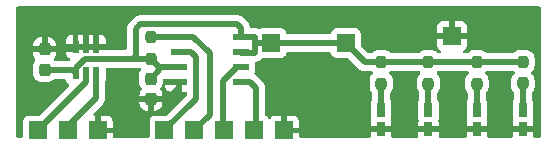
<source format=gtl>
%TF.GenerationSoftware,KiCad,Pcbnew,8.0.0*%
%TF.CreationDate,2024-03-13T09:03:30+01:00*%
%TF.ProjectId,BAT_Breakout,4241545f-4272-4656-916b-6f75742e6b69,rev?*%
%TF.SameCoordinates,Original*%
%TF.FileFunction,Copper,L1,Top*%
%TF.FilePolarity,Positive*%
%FSLAX46Y46*%
G04 Gerber Fmt 4.6, Leading zero omitted, Abs format (unit mm)*
G04 Created by KiCad (PCBNEW 8.0.0) date 2024-03-13 09:03:30*
%MOMM*%
%LPD*%
G01*
G04 APERTURE LIST*
G04 Aperture macros list*
%AMRoundRect*
0 Rectangle with rounded corners*
0 $1 Rounding radius*
0 $2 $3 $4 $5 $6 $7 $8 $9 X,Y pos of 4 corners*
0 Add a 4 corners polygon primitive as box body*
4,1,4,$2,$3,$4,$5,$6,$7,$8,$9,$2,$3,0*
0 Add four circle primitives for the rounded corners*
1,1,$1+$1,$2,$3*
1,1,$1+$1,$4,$5*
1,1,$1+$1,$6,$7*
1,1,$1+$1,$8,$9*
0 Add four rect primitives between the rounded corners*
20,1,$1+$1,$2,$3,$4,$5,0*
20,1,$1+$1,$4,$5,$6,$7,0*
20,1,$1+$1,$6,$7,$8,$9,0*
20,1,$1+$1,$8,$9,$2,$3,0*%
G04 Aperture macros list end*
%TA.AperFunction,SMDPad,CuDef*%
%ADD10R,1.500000X1.500000*%
%TD*%
%TA.AperFunction,SMDPad,CuDef*%
%ADD11RoundRect,0.237500X-0.237500X0.250000X-0.237500X-0.250000X0.237500X-0.250000X0.237500X0.250000X0*%
%TD*%
%TA.AperFunction,SMDPad,CuDef*%
%ADD12R,0.622000X1.032000*%
%TD*%
%TA.AperFunction,SMDPad,CuDef*%
%ADD13R,0.500000X1.032000*%
%TD*%
%TA.AperFunction,SMDPad,CuDef*%
%ADD14R,0.700000X1.200000*%
%TD*%
%TA.AperFunction,SMDPad,CuDef*%
%ADD15R,1.325000X0.600000*%
%TD*%
%TA.AperFunction,SMDPad,CuDef*%
%ADD16RoundRect,0.237500X0.237500X-0.250000X0.237500X0.250000X-0.237500X0.250000X-0.237500X-0.250000X0*%
%TD*%
%TA.AperFunction,SMDPad,CuDef*%
%ADD17RoundRect,0.237500X-0.237500X0.300000X-0.237500X-0.300000X0.237500X-0.300000X0.237500X0.300000X0*%
%TD*%
%TA.AperFunction,SMDPad,CuDef*%
%ADD18RoundRect,0.237500X0.237500X-0.300000X0.237500X0.300000X-0.237500X0.300000X-0.237500X-0.300000X0*%
%TD*%
%TA.AperFunction,Conductor*%
%ADD19C,0.508000*%
%TD*%
G04 APERTURE END LIST*
D10*
%TO.P,TP7,1,1*%
%TO.N,+3.3V*%
X176700000Y-61600000D03*
%TD*%
%TO.P,TP6,1,1*%
%TO.N,/PDM_DATA0*%
X159460000Y-69000000D03*
%TD*%
%TO.P,TP5,1,1*%
%TO.N,/PDM_CLK*%
X156920000Y-69000000D03*
%TD*%
%TO.P,TP4,1,1*%
%TO.N,/SPI_SCK*%
X172720000Y-69000000D03*
%TD*%
%TO.P,TP3,1,1*%
%TO.N,/SPI_MISO*%
X167640000Y-69000000D03*
%TD*%
%TO.P,TP2,1,1*%
%TO.N,/SPI_MOSI*%
X175260000Y-69000000D03*
%TD*%
%TO.P,TP1,1,1*%
%TO.N,/SPI_CS*%
X170180000Y-69000000D03*
%TD*%
%TO.P,TP11,1,1*%
%TO.N,GND*%
X192000000Y-61000000D03*
%TD*%
%TO.P,TP10,1,1*%
%TO.N,GND*%
X162000000Y-69000000D03*
%TD*%
%TO.P,TP9,1,1*%
%TO.N,GND*%
X177800000Y-69000000D03*
%TD*%
%TO.P,TP8,1,1*%
%TO.N,+3.3V*%
X183000000Y-61600000D03*
%TD*%
D11*
%TO.P,R4,1*%
%TO.N,+3.3V*%
X198000000Y-63187500D03*
%TO.P,R4,2*%
%TO.N,Net-(LED4-Pad2)*%
X198000000Y-65012500D03*
%TD*%
%TO.P,R3,1*%
%TO.N,+3.3V*%
X194100000Y-63200000D03*
%TO.P,R3,2*%
%TO.N,Net-(LED3-Pad2)*%
X194100000Y-65025000D03*
%TD*%
%TO.P,R2,1*%
%TO.N,+3.3V*%
X190000000Y-63200000D03*
%TO.P,R2,2*%
%TO.N,Net-(LED2-Pad2)*%
X190000000Y-65025000D03*
%TD*%
%TO.P,R1,1*%
%TO.N,+3.3V*%
X186000000Y-63200000D03*
%TO.P,R1,2*%
%TO.N,Net-(LED1-Pad2)*%
X186000000Y-65025000D03*
%TD*%
D12*
%TO.P,MK1,1,VDD*%
%TO.N,+3.3V*%
X160116000Y-64105000D03*
D13*
%TO.P,MK1,2,CLK*%
%TO.N,/PDM_CLK*%
X161000000Y-64105000D03*
D12*
%TO.P,MK1,3,DATA*%
%TO.N,/PDM_DATA0*%
X161884000Y-64105000D03*
%TO.P,MK1,4,GND_1*%
%TO.N,GND*%
X161884000Y-61895000D03*
D13*
%TO.P,MK1,5,SELECT*%
X161000000Y-61895000D03*
D12*
%TO.P,MK1,6,GND_2*%
X160116000Y-61895000D03*
%TD*%
D14*
%TO.P,LED4,1*%
%TO.N,GND*%
X198000000Y-68900000D03*
%TO.P,LED4,2*%
%TO.N,Net-(LED4-Pad2)*%
X198000000Y-67300000D03*
%TD*%
%TO.P,LED3,1*%
%TO.N,GND*%
X194095000Y-68905000D03*
%TO.P,LED3,2*%
%TO.N,Net-(LED3-Pad2)*%
X194095000Y-67305000D03*
%TD*%
%TO.P,LED2,1*%
%TO.N,GND*%
X190000000Y-68905000D03*
%TO.P,LED2,2*%
%TO.N,Net-(LED2-Pad2)*%
X190000000Y-67305000D03*
%TD*%
%TO.P,LED1,1*%
%TO.N,GND*%
X186000000Y-68900000D03*
%TO.P,LED1,2*%
%TO.N,Net-(LED1-Pad2)*%
X186000000Y-67300000D03*
%TD*%
D15*
%TO.P,IC1,1,~{S}_/_CS*%
%TO.N,/SPI_CS*%
X168888000Y-61095000D03*
%TO.P,IC1,2,Q-DQ1*%
%TO.N,/SPI_MISO*%
X168888000Y-62365000D03*
%TO.P,IC1,3,~{W-DQ2}*%
%TO.N,+3.3V*%
X168888000Y-63635000D03*
%TO.P,IC1,4,VSS*%
%TO.N,GND*%
X168888000Y-64905000D03*
%TO.P,IC1,5,D-DQ0*%
%TO.N,/SPI_MOSI*%
X174112000Y-64905000D03*
%TO.P,IC1,6,C*%
%TO.N,/SPI_SCK*%
X174112000Y-63635000D03*
%TO.P,IC1,7,~{HOLD-DQ3}*%
%TO.N,+3.3V*%
X174112000Y-62365000D03*
%TO.P,IC1,8,VCC*%
X174112000Y-61095000D03*
%TD*%
D16*
%TO.P,R5,2*%
%TO.N,/SPI_CS*%
X166500000Y-61087500D03*
%TO.P,R5,1*%
%TO.N,+3.3V*%
X166500000Y-62912500D03*
%TD*%
D17*
%TO.P,C2,2*%
%TO.N,GND*%
X166500000Y-66325000D03*
%TO.P,C2,1*%
%TO.N,+3.3V*%
X166500000Y-64600000D03*
%TD*%
D18*
%TO.P,C1,2*%
%TO.N,GND*%
X157500000Y-62137500D03*
%TO.P,C1,1*%
%TO.N,+3.3V*%
X157500000Y-63862500D03*
%TD*%
D19*
%TO.N,/SPI_MISO*%
X169865000Y-62365000D02*
X168888000Y-62365000D01*
X170300000Y-62800000D02*
X169865000Y-62365000D01*
X170300000Y-66340000D02*
X170300000Y-62800000D01*
X167640000Y-69000000D02*
X170300000Y-66340000D01*
%TO.N,/SPI_CS*%
X171470764Y-62470764D02*
X170095000Y-61095000D01*
X170095000Y-61095000D02*
X168888000Y-61095000D01*
X171470764Y-67709236D02*
X171470764Y-62470764D01*
X170180000Y-69000000D02*
X171470764Y-67709236D01*
%TO.N,/PDM_DATA0*%
X159460000Y-68657127D02*
X161884000Y-66233127D01*
X159460000Y-69000000D02*
X159460000Y-68657127D01*
X161884000Y-66233127D02*
X161884000Y-64105000D01*
%TO.N,+3.3V*%
X160116000Y-63684000D02*
X160887500Y-62912500D01*
X160116000Y-64105000D02*
X160116000Y-63684000D01*
X160887500Y-62912500D02*
X166500000Y-62912500D01*
X165000000Y-62912500D02*
X165200000Y-62712500D01*
X165200000Y-62712500D02*
X165200000Y-60400000D01*
X165600000Y-60000000D02*
X173800000Y-60000000D01*
X165200000Y-60400000D02*
X165600000Y-60000000D01*
X174112000Y-60312000D02*
X174112000Y-61095000D01*
X173800000Y-60000000D02*
X174112000Y-60312000D01*
X183000000Y-61600000D02*
X176700000Y-61600000D01*
X186000000Y-63200000D02*
X184600000Y-63200000D01*
X184600000Y-63200000D02*
X183000000Y-61600000D01*
X176700000Y-61600000D02*
X175300000Y-61600000D01*
X175300000Y-61600000D02*
X175300000Y-62400000D01*
X175300000Y-61100000D02*
X175300000Y-61600000D01*
X175300000Y-62400000D02*
X174147000Y-62400000D01*
X174147000Y-62400000D02*
X174112000Y-62365000D01*
X175295000Y-61095000D02*
X175300000Y-61100000D01*
X174112000Y-61095000D02*
X175295000Y-61095000D01*
X167222500Y-63877500D02*
X167222500Y-63635000D01*
X166500000Y-64600000D02*
X167222500Y-63877500D01*
%TO.N,/PDM_CLK*%
X161000000Y-64920000D02*
X156920000Y-69000000D01*
X161000000Y-64105000D02*
X161000000Y-64920000D01*
%TO.N,/SPI_SCK*%
X173749500Y-63635000D02*
X174112000Y-63635000D01*
X172600000Y-64784500D02*
X173749500Y-63635000D01*
X172600000Y-68880000D02*
X172600000Y-64784500D01*
X172720000Y-69000000D02*
X172600000Y-68880000D01*
%TO.N,/SPI_MOSI*%
X175400000Y-68860000D02*
X175260000Y-69000000D01*
X175400000Y-65400000D02*
X175400000Y-68860000D01*
X174905000Y-64905000D02*
X175400000Y-65400000D01*
X174112000Y-64905000D02*
X174905000Y-64905000D01*
%TO.N,Net-(LED1-Pad2)*%
X186000000Y-65025000D02*
X186000000Y-67300000D01*
%TO.N,Net-(LED2-Pad2)*%
X190000000Y-65025000D02*
X190000000Y-67305000D01*
%TO.N,Net-(LED3-Pad2)*%
X194100000Y-67300000D02*
X194095000Y-67305000D01*
X194100000Y-65025000D02*
X194100000Y-67300000D01*
%TO.N,Net-(LED4-Pad2)*%
X198000000Y-67300000D02*
X198000000Y-65012500D01*
%TO.N,+3.3V*%
X190000000Y-63200000D02*
X186000000Y-63200000D01*
X194000000Y-63200000D02*
X190000000Y-63200000D01*
X194200000Y-63200000D02*
X194212500Y-63187500D01*
X194212500Y-63187500D02*
X198000000Y-63187500D01*
X194000000Y-63200000D02*
X194200000Y-63200000D01*
%TO.N,GND*%
X168888000Y-65412000D02*
X168888000Y-64905000D01*
X167975000Y-66325000D02*
X168888000Y-65412000D01*
X166500000Y-66325000D02*
X167975000Y-66325000D01*
%TO.N,/SPI_CS*%
X168880500Y-61087500D02*
X168888000Y-61095000D01*
X166500000Y-61087500D02*
X168880500Y-61087500D01*
%TO.N,+3.3V*%
X167222500Y-63635000D02*
X168888000Y-63635000D01*
X166500000Y-62912500D02*
X167222500Y-63635000D01*
X159873500Y-63862500D02*
X160116000Y-64105000D01*
X157500000Y-63862500D02*
X159873500Y-63862500D01*
%TO.N,GND*%
X159873500Y-62137500D02*
X160116000Y-61895000D01*
X157500000Y-62137500D02*
X159873500Y-62137500D01*
%TD*%
%TA.AperFunction,Conductor*%
%TO.N,GND*%
G36*
X199442539Y-58520185D02*
G01*
X199488294Y-58572989D01*
X199499500Y-58624500D01*
X199499500Y-69475500D01*
X199479815Y-69542539D01*
X199427011Y-69588294D01*
X199375500Y-69599500D01*
X198974000Y-69599500D01*
X198906961Y-69579815D01*
X198861206Y-69527011D01*
X198850000Y-69475500D01*
X198850000Y-69150000D01*
X197150000Y-69150000D01*
X197150000Y-69475500D01*
X197130315Y-69542539D01*
X197077511Y-69588294D01*
X197026000Y-69599500D01*
X195069000Y-69599500D01*
X195001961Y-69579815D01*
X194956206Y-69527011D01*
X194945000Y-69475500D01*
X194945000Y-69155000D01*
X193245000Y-69155000D01*
X193245000Y-69475500D01*
X193225315Y-69542539D01*
X193172511Y-69588294D01*
X193121000Y-69599500D01*
X190974000Y-69599500D01*
X190906961Y-69579815D01*
X190861206Y-69527011D01*
X190850000Y-69475500D01*
X190850000Y-69155000D01*
X189150000Y-69155000D01*
X189150000Y-69475500D01*
X189130315Y-69542539D01*
X189077511Y-69588294D01*
X189026000Y-69599500D01*
X186974000Y-69599500D01*
X186906961Y-69579815D01*
X186861206Y-69527011D01*
X186850000Y-69475500D01*
X186850000Y-69150000D01*
X185150000Y-69150000D01*
X185150000Y-69475500D01*
X185130315Y-69542539D01*
X185077511Y-69588294D01*
X185026000Y-69599500D01*
X179174000Y-69599500D01*
X179106961Y-69579815D01*
X179061206Y-69527011D01*
X179050000Y-69475500D01*
X179050000Y-69250000D01*
X177674000Y-69250000D01*
X177606961Y-69230315D01*
X177561206Y-69177511D01*
X177550000Y-69126000D01*
X177550000Y-67750000D01*
X178050000Y-67750000D01*
X178050000Y-68750000D01*
X179050000Y-68750000D01*
X179050000Y-68202172D01*
X179049999Y-68202155D01*
X179043598Y-68142627D01*
X179043596Y-68142620D01*
X178993354Y-68007913D01*
X178993350Y-68007906D01*
X178907190Y-67892812D01*
X178907187Y-67892809D01*
X178792093Y-67806649D01*
X178792086Y-67806645D01*
X178657379Y-67756403D01*
X178657372Y-67756401D01*
X178597844Y-67750000D01*
X178050000Y-67750000D01*
X177550000Y-67750000D01*
X177002155Y-67750000D01*
X176942627Y-67756401D01*
X176942620Y-67756403D01*
X176807913Y-67806645D01*
X176807906Y-67806649D01*
X176692812Y-67892809D01*
X176634574Y-67970604D01*
X176578639Y-68012475D01*
X176508948Y-68017458D01*
X176447625Y-67983972D01*
X176436041Y-67970603D01*
X176419597Y-67948637D01*
X176373261Y-67886739D01*
X176256204Y-67799111D01*
X176256203Y-67799110D01*
X176243164Y-67794247D01*
X176187231Y-67752374D01*
X176162816Y-67686909D01*
X176162500Y-67678066D01*
X176162500Y-65324897D01*
X176133198Y-65177592D01*
X176133197Y-65177591D01*
X176133197Y-65177587D01*
X176110582Y-65122989D01*
X176075719Y-65038821D01*
X176039263Y-64984261D01*
X175992276Y-64913939D01*
X175992270Y-64913931D01*
X175391067Y-64312728D01*
X175300750Y-64252381D01*
X175255945Y-64198769D01*
X175247238Y-64129444D01*
X175253460Y-64105944D01*
X175276488Y-64044204D01*
X175276488Y-64044203D01*
X175276489Y-64044201D01*
X175282712Y-63986319D01*
X175282999Y-63983654D01*
X175283000Y-63983637D01*
X175283000Y-63283041D01*
X175284664Y-63283041D01*
X175299116Y-63221413D01*
X175349313Y-63172812D01*
X175382783Y-63160972D01*
X175464884Y-63144640D01*
X175522413Y-63133197D01*
X175661179Y-63075718D01*
X175786065Y-62992272D01*
X175819984Y-62958353D01*
X175883519Y-62894819D01*
X175944842Y-62861334D01*
X175971200Y-62858500D01*
X177498638Y-62858500D01*
X177498654Y-62858499D01*
X177525692Y-62855591D01*
X177559201Y-62851989D01*
X177696204Y-62800889D01*
X177813261Y-62713261D01*
X177900889Y-62596204D01*
X177938546Y-62495240D01*
X177951986Y-62459210D01*
X177951986Y-62459207D01*
X177951989Y-62459201D01*
X177951989Y-62459194D01*
X177952274Y-62457992D01*
X177952757Y-62457143D01*
X177954701Y-62451932D01*
X177955545Y-62452246D01*
X177986844Y-62397274D01*
X178048753Y-62364884D01*
X178072953Y-62362500D01*
X181627047Y-62362500D01*
X181694086Y-62382185D01*
X181739841Y-62434989D01*
X181747726Y-62457992D01*
X181748013Y-62459210D01*
X181770083Y-62518379D01*
X181799111Y-62596204D01*
X181886739Y-62713261D01*
X182003796Y-62800889D01*
X182140799Y-62851989D01*
X182168050Y-62854918D01*
X182201345Y-62858499D01*
X182201362Y-62858500D01*
X183128800Y-62858500D01*
X183195839Y-62878185D01*
X183216481Y-62894819D01*
X184113931Y-63792270D01*
X184113939Y-63792276D01*
X184238810Y-63875712D01*
X184238813Y-63875714D01*
X184238821Y-63875719D01*
X184255634Y-63882683D01*
X184317954Y-63908497D01*
X184317959Y-63908498D01*
X184317961Y-63908499D01*
X184377587Y-63933197D01*
X184377591Y-63933197D01*
X184377592Y-63933198D01*
X184524897Y-63962500D01*
X184524900Y-63962500D01*
X184524901Y-63962500D01*
X184675100Y-63962500D01*
X185168634Y-63962500D01*
X185235673Y-63982185D01*
X185256315Y-63998819D01*
X185282314Y-64024818D01*
X185315799Y-64086141D01*
X185310815Y-64155833D01*
X185282315Y-64200179D01*
X185173342Y-64309153D01*
X185173339Y-64309157D01*
X185081795Y-64457571D01*
X185081790Y-64457582D01*
X185026938Y-64623117D01*
X185016500Y-64725279D01*
X185016500Y-65324705D01*
X185016501Y-65324721D01*
X185026938Y-65426882D01*
X185081790Y-65592417D01*
X185081795Y-65592428D01*
X185173339Y-65740842D01*
X185173342Y-65740846D01*
X185201181Y-65768685D01*
X185234666Y-65830008D01*
X185237500Y-65856366D01*
X185237500Y-66361243D01*
X185217815Y-66428282D01*
X185212767Y-66435554D01*
X185199111Y-66453795D01*
X185148011Y-66590795D01*
X185148011Y-66590797D01*
X185141500Y-66651345D01*
X185141500Y-67948654D01*
X185148010Y-68009201D01*
X185170250Y-68068826D01*
X185175234Y-68138518D01*
X185170251Y-68155491D01*
X185156403Y-68192621D01*
X185156401Y-68192627D01*
X185150000Y-68252155D01*
X185150000Y-68650000D01*
X186850000Y-68650000D01*
X186850000Y-68252172D01*
X186849999Y-68252155D01*
X186843598Y-68192627D01*
X186843597Y-68192621D01*
X186829749Y-68155494D01*
X186824764Y-68085803D01*
X186829743Y-68068843D01*
X186851989Y-68009201D01*
X186855464Y-67976881D01*
X186858499Y-67948654D01*
X186858500Y-67948637D01*
X186858500Y-66651362D01*
X186858499Y-66651345D01*
X186855157Y-66620270D01*
X186851989Y-66590799D01*
X186846096Y-66575000D01*
X186829522Y-66530564D01*
X186800889Y-66453796D01*
X186787232Y-66435553D01*
X186762816Y-66370090D01*
X186762500Y-66361243D01*
X186762500Y-65856366D01*
X186782185Y-65789327D01*
X186798819Y-65768685D01*
X186811319Y-65756185D01*
X186826658Y-65740846D01*
X186918209Y-65592420D01*
X186973062Y-65426881D01*
X186983500Y-65324713D01*
X186983499Y-64725288D01*
X186973062Y-64623119D01*
X186918209Y-64457580D01*
X186918205Y-64457574D01*
X186918204Y-64457571D01*
X186826660Y-64309157D01*
X186826657Y-64309153D01*
X186717685Y-64200181D01*
X186684200Y-64138858D01*
X186689184Y-64069166D01*
X186717685Y-64024819D01*
X186743685Y-63998819D01*
X186805008Y-63965334D01*
X186831366Y-63962500D01*
X189168634Y-63962500D01*
X189235673Y-63982185D01*
X189256315Y-63998819D01*
X189282314Y-64024818D01*
X189315799Y-64086141D01*
X189310815Y-64155833D01*
X189282315Y-64200179D01*
X189173342Y-64309153D01*
X189173339Y-64309157D01*
X189081795Y-64457571D01*
X189081790Y-64457582D01*
X189026938Y-64623117D01*
X189016500Y-64725279D01*
X189016500Y-65324705D01*
X189016501Y-65324721D01*
X189026938Y-65426882D01*
X189081790Y-65592417D01*
X189081795Y-65592428D01*
X189173339Y-65740842D01*
X189173342Y-65740846D01*
X189201181Y-65768685D01*
X189234666Y-65830008D01*
X189237500Y-65856366D01*
X189237500Y-66366243D01*
X189217815Y-66433282D01*
X189212767Y-66440554D01*
X189199111Y-66458795D01*
X189148011Y-66595795D01*
X189148011Y-66595797D01*
X189141500Y-66656345D01*
X189141500Y-67953654D01*
X189148010Y-68014201D01*
X189170250Y-68073826D01*
X189175234Y-68143518D01*
X189170251Y-68160491D01*
X189156403Y-68197621D01*
X189156401Y-68197627D01*
X189150000Y-68257155D01*
X189150000Y-68655000D01*
X190850000Y-68655000D01*
X190850000Y-68257172D01*
X190849999Y-68257155D01*
X190843598Y-68197627D01*
X190843597Y-68197621D01*
X190829749Y-68160494D01*
X190824764Y-68090803D01*
X190829743Y-68073843D01*
X190851989Y-68014201D01*
X190855239Y-67983972D01*
X190858499Y-67953654D01*
X190858500Y-67953637D01*
X190858500Y-66656362D01*
X190858499Y-66656345D01*
X190855157Y-66625270D01*
X190851989Y-66595799D01*
X190851432Y-66594306D01*
X190829522Y-66535564D01*
X190800889Y-66458796D01*
X190787232Y-66440553D01*
X190762816Y-66375090D01*
X190762500Y-66366243D01*
X190762500Y-65856366D01*
X190782185Y-65789327D01*
X190798819Y-65768685D01*
X190811319Y-65756185D01*
X190826658Y-65740846D01*
X190918209Y-65592420D01*
X190973062Y-65426881D01*
X190983500Y-65324713D01*
X190983499Y-64725288D01*
X190973062Y-64623119D01*
X190918209Y-64457580D01*
X190918205Y-64457574D01*
X190918204Y-64457571D01*
X190826660Y-64309157D01*
X190826657Y-64309153D01*
X190717685Y-64200181D01*
X190684200Y-64138858D01*
X190689184Y-64069166D01*
X190717685Y-64024819D01*
X190743685Y-63998819D01*
X190805008Y-63965334D01*
X190831366Y-63962500D01*
X193268634Y-63962500D01*
X193335673Y-63982185D01*
X193356315Y-63998819D01*
X193382314Y-64024818D01*
X193415799Y-64086141D01*
X193410815Y-64155833D01*
X193382315Y-64200179D01*
X193273342Y-64309153D01*
X193273339Y-64309157D01*
X193181795Y-64457571D01*
X193181790Y-64457582D01*
X193126938Y-64623117D01*
X193116500Y-64725279D01*
X193116500Y-65324705D01*
X193116501Y-65324721D01*
X193126938Y-65426882D01*
X193181790Y-65592417D01*
X193181795Y-65592428D01*
X193273339Y-65740842D01*
X193273342Y-65740846D01*
X193301181Y-65768685D01*
X193334666Y-65830008D01*
X193337500Y-65856366D01*
X193337500Y-66359563D01*
X193317815Y-66426602D01*
X193312768Y-66433873D01*
X193294111Y-66458795D01*
X193243011Y-66595795D01*
X193243011Y-66595797D01*
X193236500Y-66656345D01*
X193236500Y-67953654D01*
X193243010Y-68014201D01*
X193265250Y-68073826D01*
X193270234Y-68143518D01*
X193265251Y-68160491D01*
X193251403Y-68197621D01*
X193251401Y-68197627D01*
X193245000Y-68257155D01*
X193245000Y-68655000D01*
X194945000Y-68655000D01*
X194945000Y-68257172D01*
X194944999Y-68257155D01*
X194938598Y-68197627D01*
X194938597Y-68197621D01*
X194924749Y-68160494D01*
X194919764Y-68090803D01*
X194924743Y-68073843D01*
X194946989Y-68014201D01*
X194950239Y-67983972D01*
X194953499Y-67953654D01*
X194953500Y-67953637D01*
X194953500Y-66656362D01*
X194953499Y-66656345D01*
X194950157Y-66625270D01*
X194946989Y-66595799D01*
X194946432Y-66594306D01*
X194931383Y-66553958D01*
X194895889Y-66458796D01*
X194887231Y-66447230D01*
X194862816Y-66381765D01*
X194862500Y-66372922D01*
X194862500Y-65856366D01*
X194882185Y-65789327D01*
X194898819Y-65768685D01*
X194911319Y-65756185D01*
X194926658Y-65740846D01*
X195018209Y-65592420D01*
X195073062Y-65426881D01*
X195083500Y-65324713D01*
X195083499Y-64725288D01*
X195073062Y-64623119D01*
X195018209Y-64457580D01*
X195018205Y-64457574D01*
X195018204Y-64457571D01*
X194926660Y-64309157D01*
X194926657Y-64309153D01*
X194817685Y-64200181D01*
X194784200Y-64138858D01*
X194789184Y-64069166D01*
X194817685Y-64024819D01*
X194856185Y-63986319D01*
X194917508Y-63952834D01*
X194943866Y-63950000D01*
X197168634Y-63950000D01*
X197235673Y-63969685D01*
X197256315Y-63986319D01*
X197282314Y-64012318D01*
X197315799Y-64073641D01*
X197310815Y-64143333D01*
X197282315Y-64187679D01*
X197173342Y-64296653D01*
X197173339Y-64296657D01*
X197081795Y-64445071D01*
X197081790Y-64445082D01*
X197026938Y-64610617D01*
X197016500Y-64712779D01*
X197016500Y-65312205D01*
X197016501Y-65312221D01*
X197026938Y-65414382D01*
X197081790Y-65579917D01*
X197081795Y-65579928D01*
X197173339Y-65728342D01*
X197173342Y-65728346D01*
X197201181Y-65756185D01*
X197234666Y-65817508D01*
X197237500Y-65843866D01*
X197237500Y-66361243D01*
X197217815Y-66428282D01*
X197212767Y-66435554D01*
X197199111Y-66453795D01*
X197148011Y-66590795D01*
X197148011Y-66590797D01*
X197141500Y-66651345D01*
X197141500Y-67948654D01*
X197148010Y-68009201D01*
X197170250Y-68068826D01*
X197175234Y-68138518D01*
X197170251Y-68155491D01*
X197156403Y-68192621D01*
X197156401Y-68192627D01*
X197150000Y-68252155D01*
X197150000Y-68650000D01*
X198850000Y-68650000D01*
X198850000Y-68252172D01*
X198849999Y-68252155D01*
X198843598Y-68192627D01*
X198843597Y-68192621D01*
X198829749Y-68155494D01*
X198824764Y-68085803D01*
X198829743Y-68068843D01*
X198851989Y-68009201D01*
X198855464Y-67976881D01*
X198858499Y-67948654D01*
X198858500Y-67948637D01*
X198858500Y-66651362D01*
X198858499Y-66651345D01*
X198855157Y-66620270D01*
X198851989Y-66590799D01*
X198846096Y-66575000D01*
X198829522Y-66530564D01*
X198800889Y-66453796D01*
X198787232Y-66435553D01*
X198762816Y-66370090D01*
X198762500Y-66361243D01*
X198762500Y-65843866D01*
X198782185Y-65776827D01*
X198798819Y-65756185D01*
X198826658Y-65728346D01*
X198918209Y-65579920D01*
X198973062Y-65414381D01*
X198983500Y-65312213D01*
X198983499Y-64712788D01*
X198973062Y-64610619D01*
X198918209Y-64445080D01*
X198918205Y-64445074D01*
X198918204Y-64445071D01*
X198826660Y-64296657D01*
X198826657Y-64296653D01*
X198717685Y-64187681D01*
X198684200Y-64126358D01*
X198689184Y-64056666D01*
X198717685Y-64012319D01*
X198767504Y-63962500D01*
X198826658Y-63903346D01*
X198918209Y-63754920D01*
X198973062Y-63589381D01*
X198983500Y-63487213D01*
X198983499Y-62887788D01*
X198973062Y-62785619D01*
X198918209Y-62620080D01*
X198918205Y-62620074D01*
X198918204Y-62620071D01*
X198826660Y-62471657D01*
X198826657Y-62471653D01*
X198703346Y-62348342D01*
X198703342Y-62348339D01*
X198554928Y-62256795D01*
X198554922Y-62256792D01*
X198554920Y-62256791D01*
X198494536Y-62236782D01*
X198389382Y-62201938D01*
X198287214Y-62191500D01*
X197712794Y-62191500D01*
X197712778Y-62191501D01*
X197610617Y-62201938D01*
X197445082Y-62256790D01*
X197445071Y-62256795D01*
X197296657Y-62348339D01*
X197296653Y-62348342D01*
X197256315Y-62388681D01*
X197194992Y-62422166D01*
X197168634Y-62425000D01*
X194918866Y-62425000D01*
X194851827Y-62405315D01*
X194831185Y-62388681D01*
X194803346Y-62360842D01*
X194803342Y-62360839D01*
X194654928Y-62269295D01*
X194654922Y-62269292D01*
X194654920Y-62269291D01*
X194591723Y-62248350D01*
X194489382Y-62214438D01*
X194387214Y-62204000D01*
X193812794Y-62204000D01*
X193812778Y-62204001D01*
X193710617Y-62214438D01*
X193545082Y-62269290D01*
X193545071Y-62269295D01*
X193396657Y-62360839D01*
X193396653Y-62360842D01*
X193356315Y-62401181D01*
X193294992Y-62434666D01*
X193268634Y-62437500D01*
X193024792Y-62437500D01*
X192957753Y-62417815D01*
X192911998Y-62365011D01*
X192902054Y-62295853D01*
X192931079Y-62232297D01*
X192981460Y-62197318D01*
X192992084Y-62193355D01*
X192992093Y-62193350D01*
X193107187Y-62107190D01*
X193107190Y-62107187D01*
X193193350Y-61992093D01*
X193193354Y-61992086D01*
X193243596Y-61857379D01*
X193243598Y-61857372D01*
X193249999Y-61797844D01*
X193250000Y-61797827D01*
X193250000Y-61250000D01*
X190750000Y-61250000D01*
X190750000Y-61797844D01*
X190756401Y-61857372D01*
X190756403Y-61857379D01*
X190806645Y-61992086D01*
X190806649Y-61992093D01*
X190892809Y-62107187D01*
X190892812Y-62107190D01*
X191007906Y-62193350D01*
X191007915Y-62193355D01*
X191018540Y-62197318D01*
X191074474Y-62239188D01*
X191098892Y-62304652D01*
X191084041Y-62372926D01*
X191034636Y-62422331D01*
X190975208Y-62437500D01*
X190831366Y-62437500D01*
X190764327Y-62417815D01*
X190743685Y-62401181D01*
X190703346Y-62360842D01*
X190703342Y-62360839D01*
X190554928Y-62269295D01*
X190554922Y-62269292D01*
X190554920Y-62269291D01*
X190491723Y-62248350D01*
X190389382Y-62214438D01*
X190287214Y-62204000D01*
X189712794Y-62204000D01*
X189712778Y-62204001D01*
X189610617Y-62214438D01*
X189445082Y-62269290D01*
X189445071Y-62269295D01*
X189296657Y-62360839D01*
X189296653Y-62360842D01*
X189256315Y-62401181D01*
X189194992Y-62434666D01*
X189168634Y-62437500D01*
X186831366Y-62437500D01*
X186764327Y-62417815D01*
X186743685Y-62401181D01*
X186703346Y-62360842D01*
X186703342Y-62360839D01*
X186554928Y-62269295D01*
X186554922Y-62269292D01*
X186554920Y-62269291D01*
X186491723Y-62248350D01*
X186389382Y-62214438D01*
X186287214Y-62204000D01*
X185712794Y-62204000D01*
X185712778Y-62204001D01*
X185610617Y-62214438D01*
X185445082Y-62269290D01*
X185445071Y-62269295D01*
X185296657Y-62360839D01*
X185296653Y-62360842D01*
X185256315Y-62401181D01*
X185194992Y-62434666D01*
X185168634Y-62437500D01*
X184967200Y-62437500D01*
X184900161Y-62417815D01*
X184879519Y-62401181D01*
X184294819Y-61816481D01*
X184261334Y-61755158D01*
X184258500Y-61728800D01*
X184258500Y-60801362D01*
X184258499Y-60801345D01*
X184252978Y-60750000D01*
X190750000Y-60750000D01*
X191750000Y-60750000D01*
X191750000Y-59750000D01*
X192250000Y-59750000D01*
X192250000Y-60750000D01*
X193250000Y-60750000D01*
X193250000Y-60202172D01*
X193249999Y-60202155D01*
X193243598Y-60142627D01*
X193243596Y-60142620D01*
X193193354Y-60007913D01*
X193193350Y-60007906D01*
X193107190Y-59892812D01*
X193107187Y-59892809D01*
X192992093Y-59806649D01*
X192992086Y-59806645D01*
X192857379Y-59756403D01*
X192857372Y-59756401D01*
X192797844Y-59750000D01*
X192250000Y-59750000D01*
X191750000Y-59750000D01*
X191202155Y-59750000D01*
X191142627Y-59756401D01*
X191142620Y-59756403D01*
X191007913Y-59806645D01*
X191007906Y-59806649D01*
X190892812Y-59892809D01*
X190892809Y-59892812D01*
X190806649Y-60007906D01*
X190806645Y-60007913D01*
X190756403Y-60142620D01*
X190756401Y-60142627D01*
X190750000Y-60202155D01*
X190750000Y-60750000D01*
X184252978Y-60750000D01*
X184252770Y-60748068D01*
X184251989Y-60740799D01*
X184251985Y-60740789D01*
X184229522Y-60680564D01*
X184200889Y-60603796D01*
X184113261Y-60486739D01*
X183996204Y-60399111D01*
X183859203Y-60348011D01*
X183798654Y-60341500D01*
X183798638Y-60341500D01*
X182201362Y-60341500D01*
X182201345Y-60341500D01*
X182140797Y-60348011D01*
X182140795Y-60348011D01*
X182003795Y-60399111D01*
X181886739Y-60486739D01*
X181799111Y-60603795D01*
X181748013Y-60740789D01*
X181747726Y-60742008D01*
X181747242Y-60742856D01*
X181745299Y-60748068D01*
X181744454Y-60747753D01*
X181713156Y-60802726D01*
X181651247Y-60835116D01*
X181627047Y-60837500D01*
X178072953Y-60837500D01*
X178005914Y-60817815D01*
X177960159Y-60765011D01*
X177952274Y-60742008D01*
X177951989Y-60740803D01*
X177951989Y-60740799D01*
X177951987Y-60740794D01*
X177951986Y-60740789D01*
X177924500Y-60667100D01*
X177900889Y-60603796D01*
X177813261Y-60486739D01*
X177696204Y-60399111D01*
X177559203Y-60348011D01*
X177498654Y-60341500D01*
X177498638Y-60341500D01*
X175901362Y-60341500D01*
X175901345Y-60341500D01*
X175840797Y-60348011D01*
X175840792Y-60348012D01*
X175698829Y-60400963D01*
X175629138Y-60405948D01*
X175608042Y-60399343D01*
X175517413Y-60361803D01*
X175517409Y-60361802D01*
X175514281Y-60361180D01*
X175514276Y-60361179D01*
X175370102Y-60332500D01*
X175370100Y-60332500D01*
X175011947Y-60332500D01*
X174968612Y-60324681D01*
X174950609Y-60317966D01*
X174894676Y-60276094D01*
X174872327Y-60225976D01*
X174867589Y-60202155D01*
X174845197Y-60089587D01*
X174845195Y-60089582D01*
X174824169Y-60038820D01*
X174787722Y-59950828D01*
X174787721Y-59950827D01*
X174787719Y-59950821D01*
X174763069Y-59913930D01*
X174704276Y-59825939D01*
X174704270Y-59825931D01*
X174286069Y-59407730D01*
X174286065Y-59407727D01*
X174161179Y-59324282D01*
X174022413Y-59266803D01*
X174022407Y-59266801D01*
X173875102Y-59237500D01*
X173875100Y-59237500D01*
X165524900Y-59237500D01*
X165524898Y-59237500D01*
X165377592Y-59266801D01*
X165377586Y-59266803D01*
X165238819Y-59324282D01*
X165113935Y-59407726D01*
X165113928Y-59407732D01*
X164607730Y-59913930D01*
X164524281Y-60038822D01*
X164466803Y-60177586D01*
X164466801Y-60177592D01*
X164437500Y-60324897D01*
X164437500Y-62026000D01*
X164417815Y-62093039D01*
X164365011Y-62138794D01*
X164313500Y-62150000D01*
X162751362Y-62150000D01*
X162734334Y-62145000D01*
X159305000Y-62145000D01*
X159305000Y-62458844D01*
X159311401Y-62518372D01*
X159311403Y-62518379D01*
X159361645Y-62653086D01*
X159361649Y-62653093D01*
X159447809Y-62768187D01*
X159447812Y-62768190D01*
X159562906Y-62854350D01*
X159562911Y-62854353D01*
X159577563Y-62859818D01*
X159633496Y-62901690D01*
X159657913Y-62967154D01*
X159643061Y-63035427D01*
X159593656Y-63084832D01*
X159534229Y-63100000D01*
X158416380Y-63100000D01*
X158349341Y-63080315D01*
X158303586Y-63027511D01*
X158293642Y-62958353D01*
X158316762Y-62904560D01*
X158316154Y-62904185D01*
X158318690Y-62900072D01*
X158319113Y-62899090D01*
X158319948Y-62898033D01*
X158410448Y-62751311D01*
X158410453Y-62751300D01*
X158464680Y-62587652D01*
X158474999Y-62486654D01*
X158475000Y-62486641D01*
X158475000Y-62387500D01*
X156525001Y-62387500D01*
X156525001Y-62486654D01*
X156535319Y-62587652D01*
X156589546Y-62751300D01*
X156589551Y-62751311D01*
X156680052Y-62898034D01*
X156680055Y-62898038D01*
X156688325Y-62906308D01*
X156721810Y-62967631D01*
X156716826Y-63037323D01*
X156688327Y-63081668D01*
X156673343Y-63096652D01*
X156673339Y-63096657D01*
X156581795Y-63245071D01*
X156581790Y-63245082D01*
X156526938Y-63410617D01*
X156516500Y-63512779D01*
X156516500Y-64212205D01*
X156516501Y-64212221D01*
X156526938Y-64314382D01*
X156581790Y-64479917D01*
X156581795Y-64479928D01*
X156673339Y-64628342D01*
X156673342Y-64628346D01*
X156796653Y-64751657D01*
X156796657Y-64751660D01*
X156945071Y-64843204D01*
X156945074Y-64843205D01*
X156945080Y-64843209D01*
X157110619Y-64898062D01*
X157212787Y-64908500D01*
X157787212Y-64908499D01*
X157889381Y-64898062D01*
X158054920Y-64843209D01*
X158203346Y-64751658D01*
X158293685Y-64661319D01*
X158355008Y-64627834D01*
X158381366Y-64625000D01*
X159180318Y-64625000D01*
X159247357Y-64644685D01*
X159293112Y-64697489D01*
X159300090Y-64722927D01*
X159301229Y-64722659D01*
X159303011Y-64730204D01*
X159353500Y-64865565D01*
X159354111Y-64867204D01*
X159441739Y-64984261D01*
X159514632Y-65038828D01*
X159564891Y-65076452D01*
X159606762Y-65132386D01*
X159611746Y-65202078D01*
X159578261Y-65263400D01*
X157136481Y-67705181D01*
X157075158Y-67738666D01*
X157048800Y-67741500D01*
X156121345Y-67741500D01*
X156060797Y-67748011D01*
X156060795Y-67748011D01*
X155923795Y-67799111D01*
X155806739Y-67886739D01*
X155719111Y-68003795D01*
X155668011Y-68140795D01*
X155668011Y-68140797D01*
X155661500Y-68201345D01*
X155661500Y-69475500D01*
X155641815Y-69542539D01*
X155589011Y-69588294D01*
X155537500Y-69599500D01*
X155224500Y-69599500D01*
X155157461Y-69579815D01*
X155111706Y-69527011D01*
X155100500Y-69475500D01*
X155100500Y-61887500D01*
X156525000Y-61887500D01*
X157250000Y-61887500D01*
X157250000Y-61100000D01*
X157750000Y-61100000D01*
X157750000Y-61887500D01*
X158474999Y-61887500D01*
X158474999Y-61788360D01*
X158474998Y-61788345D01*
X158464680Y-61687347D01*
X158450648Y-61645000D01*
X159305000Y-61645000D01*
X159866000Y-61645000D01*
X159866000Y-60879000D01*
X160366000Y-60879000D01*
X160366000Y-61645000D01*
X160750000Y-61645000D01*
X160750000Y-60879000D01*
X161250000Y-60879000D01*
X161250000Y-61645000D01*
X161634000Y-61645000D01*
X161634000Y-60879000D01*
X162134000Y-60879000D01*
X162134000Y-61645000D01*
X162695000Y-61645000D01*
X162695000Y-61331172D01*
X162694999Y-61331155D01*
X162688598Y-61271627D01*
X162688596Y-61271620D01*
X162638354Y-61136913D01*
X162638350Y-61136906D01*
X162552190Y-61021812D01*
X162552187Y-61021809D01*
X162437093Y-60935649D01*
X162437086Y-60935645D01*
X162302379Y-60885403D01*
X162302372Y-60885401D01*
X162242844Y-60879000D01*
X162134000Y-60879000D01*
X161634000Y-60879000D01*
X161525155Y-60879000D01*
X161465627Y-60885401D01*
X161465617Y-60885403D01*
X161454830Y-60889427D01*
X161385138Y-60894409D01*
X161368170Y-60889427D01*
X161357382Y-60885403D01*
X161357372Y-60885401D01*
X161297844Y-60879000D01*
X161250000Y-60879000D01*
X160750000Y-60879000D01*
X160702155Y-60879000D01*
X160642627Y-60885401D01*
X160642617Y-60885403D01*
X160631830Y-60889427D01*
X160562138Y-60894409D01*
X160545170Y-60889427D01*
X160534382Y-60885403D01*
X160534372Y-60885401D01*
X160474844Y-60879000D01*
X160366000Y-60879000D01*
X159866000Y-60879000D01*
X159757155Y-60879000D01*
X159697627Y-60885401D01*
X159697620Y-60885403D01*
X159562913Y-60935645D01*
X159562906Y-60935649D01*
X159447812Y-61021809D01*
X159447809Y-61021812D01*
X159361649Y-61136906D01*
X159361645Y-61136913D01*
X159311403Y-61271620D01*
X159311401Y-61271627D01*
X159305000Y-61331155D01*
X159305000Y-61645000D01*
X158450648Y-61645000D01*
X158410453Y-61523699D01*
X158410448Y-61523688D01*
X158319947Y-61376965D01*
X158319944Y-61376961D01*
X158198038Y-61255055D01*
X158198034Y-61255052D01*
X158051311Y-61164551D01*
X158051300Y-61164546D01*
X157887652Y-61110319D01*
X157786654Y-61100000D01*
X157750000Y-61100000D01*
X157250000Y-61100000D01*
X157213361Y-61100000D01*
X157213343Y-61100001D01*
X157112347Y-61110319D01*
X156948699Y-61164546D01*
X156948688Y-61164551D01*
X156801965Y-61255052D01*
X156801961Y-61255055D01*
X156680055Y-61376961D01*
X156680052Y-61376965D01*
X156589551Y-61523688D01*
X156589546Y-61523699D01*
X156535319Y-61687347D01*
X156525000Y-61788345D01*
X156525000Y-61887500D01*
X155100500Y-61887500D01*
X155100500Y-58624500D01*
X155120185Y-58557461D01*
X155172989Y-58511706D01*
X155224500Y-58500500D01*
X199375500Y-58500500D01*
X199442539Y-58520185D01*
G37*
%TD.AperFunction*%
%TA.AperFunction,Conductor*%
G36*
X165616373Y-63694685D02*
G01*
X165662128Y-63747489D01*
X165672072Y-63816647D01*
X165654872Y-63864097D01*
X165581795Y-63982571D01*
X165581790Y-63982582D01*
X165526938Y-64148117D01*
X165516500Y-64250279D01*
X165516500Y-64949705D01*
X165516501Y-64949721D01*
X165526938Y-65051882D01*
X165581790Y-65217417D01*
X165581795Y-65217428D01*
X165673339Y-65365842D01*
X165673342Y-65365846D01*
X165688325Y-65380829D01*
X165721810Y-65442152D01*
X165716826Y-65511844D01*
X165688329Y-65556188D01*
X165680052Y-65564465D01*
X165589551Y-65711188D01*
X165589546Y-65711199D01*
X165535319Y-65874847D01*
X165525000Y-65975845D01*
X165525000Y-66075000D01*
X167474999Y-66075000D01*
X167474999Y-65975860D01*
X167474998Y-65975845D01*
X167464680Y-65874847D01*
X167410453Y-65711199D01*
X167410448Y-65711188D01*
X167319947Y-65564465D01*
X167319944Y-65564461D01*
X167311674Y-65556191D01*
X167278189Y-65494868D01*
X167283173Y-65425176D01*
X167311674Y-65380829D01*
X167326658Y-65365846D01*
X167326661Y-65365842D01*
X167418204Y-65217428D01*
X167418203Y-65217428D01*
X167418209Y-65217420D01*
X167438892Y-65155000D01*
X167725500Y-65155000D01*
X167725500Y-65252844D01*
X167731901Y-65312372D01*
X167731903Y-65312379D01*
X167782145Y-65447086D01*
X167782149Y-65447093D01*
X167868309Y-65562187D01*
X167868312Y-65562190D01*
X167983406Y-65648350D01*
X167983413Y-65648354D01*
X168118120Y-65698596D01*
X168118127Y-65698598D01*
X168177655Y-65704999D01*
X168177672Y-65705000D01*
X168638000Y-65705000D01*
X168638000Y-65155000D01*
X167725500Y-65155000D01*
X167438892Y-65155000D01*
X167473062Y-65051881D01*
X167483500Y-64949713D01*
X167483499Y-64746198D01*
X167503183Y-64679159D01*
X167519811Y-64658524D01*
X167536741Y-64641594D01*
X167598063Y-64608113D01*
X167667755Y-64613100D01*
X167712099Y-64641599D01*
X167725500Y-64655000D01*
X169014000Y-64655000D01*
X169081039Y-64674685D01*
X169126794Y-64727489D01*
X169138000Y-64779000D01*
X169138000Y-65705000D01*
X169413500Y-65705000D01*
X169480539Y-65724685D01*
X169526294Y-65777489D01*
X169537500Y-65829000D01*
X169537500Y-65972800D01*
X169517815Y-66039839D01*
X169501181Y-66060481D01*
X167856481Y-67705181D01*
X167795158Y-67738666D01*
X167768800Y-67741500D01*
X166841345Y-67741500D01*
X166780797Y-67748011D01*
X166780795Y-67748011D01*
X166643795Y-67799111D01*
X166526739Y-67886739D01*
X166439111Y-68003795D01*
X166388011Y-68140795D01*
X166388011Y-68140797D01*
X166381500Y-68201345D01*
X166381500Y-69475500D01*
X166361815Y-69542539D01*
X166309011Y-69588294D01*
X166257500Y-69599500D01*
X163374000Y-69599500D01*
X163306961Y-69579815D01*
X163261206Y-69527011D01*
X163250000Y-69475500D01*
X163250000Y-69250000D01*
X161874000Y-69250000D01*
X161806961Y-69230315D01*
X161761206Y-69177511D01*
X161750000Y-69126000D01*
X161750000Y-67750000D01*
X162250000Y-67750000D01*
X162250000Y-68750000D01*
X163250000Y-68750000D01*
X163250000Y-68202172D01*
X163249999Y-68202155D01*
X163243598Y-68142627D01*
X163243596Y-68142620D01*
X163193354Y-68007913D01*
X163193350Y-68007906D01*
X163107190Y-67892812D01*
X163107187Y-67892809D01*
X162992093Y-67806649D01*
X162992086Y-67806645D01*
X162857379Y-67756403D01*
X162857372Y-67756401D01*
X162797844Y-67750000D01*
X162250000Y-67750000D01*
X161750000Y-67750000D01*
X161744827Y-67750000D01*
X161677788Y-67730315D01*
X161632033Y-67677511D01*
X161622089Y-67608353D01*
X161651114Y-67544797D01*
X161657146Y-67538319D01*
X162476270Y-66719195D01*
X162476273Y-66719192D01*
X162559719Y-66594306D01*
X162561173Y-66590797D01*
X162567715Y-66575000D01*
X165525001Y-66575000D01*
X165525001Y-66674154D01*
X165535319Y-66775152D01*
X165589546Y-66938800D01*
X165589551Y-66938811D01*
X165680052Y-67085534D01*
X165680055Y-67085538D01*
X165801961Y-67207444D01*
X165801965Y-67207447D01*
X165948688Y-67297948D01*
X165948699Y-67297953D01*
X166112347Y-67352180D01*
X166213352Y-67362499D01*
X166250000Y-67362499D01*
X166250000Y-66575000D01*
X166750000Y-66575000D01*
X166750000Y-67362499D01*
X166786640Y-67362499D01*
X166786654Y-67362498D01*
X166887652Y-67352180D01*
X167051300Y-67297953D01*
X167051311Y-67297948D01*
X167198034Y-67207447D01*
X167198038Y-67207444D01*
X167319944Y-67085538D01*
X167319947Y-67085534D01*
X167410448Y-66938811D01*
X167410453Y-66938800D01*
X167464680Y-66775152D01*
X167474999Y-66674154D01*
X167475000Y-66674141D01*
X167475000Y-66575000D01*
X166750000Y-66575000D01*
X166250000Y-66575000D01*
X165525001Y-66575000D01*
X162567715Y-66575000D01*
X162568142Y-66573968D01*
X162617197Y-66455539D01*
X162634194Y-66370090D01*
X162646500Y-66308228D01*
X162646500Y-64887938D01*
X162654318Y-64844604D01*
X162654840Y-64843204D01*
X162696989Y-64730201D01*
X162700791Y-64694837D01*
X162703499Y-64669654D01*
X162703500Y-64669637D01*
X162703500Y-63799000D01*
X162723185Y-63731961D01*
X162775989Y-63686206D01*
X162827500Y-63675000D01*
X165549334Y-63675000D01*
X165616373Y-63694685D01*
G37*
%TD.AperFunction*%
%TD*%
M02*

</source>
